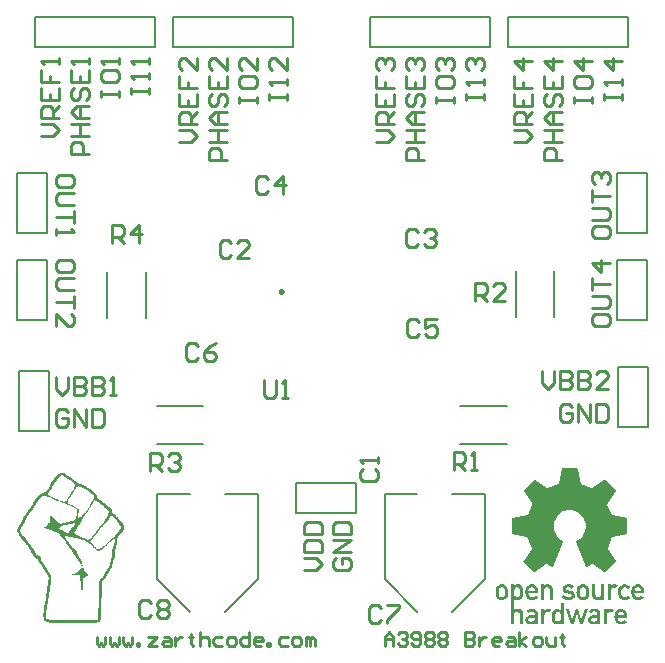
<source format=gto>
%FSTAX24Y24*%
%MOIN*%
%SFA1B1*%

%IPPOS*%
%ADD37C,0.009840*%
%ADD38C,0.007870*%
%ADD39C,0.010000*%
%LNa3988_breakout-1*%
%LPD*%
G36*
X036944Y032848D02*
X036975Y032842D01*
X037025Y032822*
X037041Y032807*
X037056Y032797*
X037061Y032792*
X037066Y032786*
X037087Y032761*
X037097Y03273*
X037117Y032664*
Y032634*
X037122Y032608*
Y032593*
Y032588*
Y032542*
X037112Y032501*
X037107Y032466*
X037097Y032435*
X037087Y032415*
X037076Y032399*
X037071Y032394*
X037066Y032389*
X037041Y032369*
X037015Y032354*
X036964Y032333*
X036944Y032328*
X036924Y032323*
X036908*
X036873Y032328*
X036842Y032333*
X036791Y032359*
X036776Y032369*
X036761Y032379*
X036756Y032384*
X03675Y032389*
X036735Y032415*
X03672Y032445*
X036705Y032511*
Y032542*
X0367Y032567*
Y032583*
Y032588*
Y032634*
X03671Y032679*
X036715Y03271*
X036725Y032741*
X036735Y032761*
X03674Y032776*
X03675Y032781*
Y032786*
X036776Y032807*
X036801Y032827*
X036852Y032842*
X036873Y032848*
X036893Y032853*
X036908*
X036944Y032848*
G37*
G36*
X040595Y032033D02*
X040631Y032018D01*
X040651Y032002*
X040661Y031997*
X040585Y031911*
X040559Y031921*
X040539Y031931*
X040519*
X040488Y031926*
X040468Y031916*
X040452Y031905*
X040447Y0319*
X040432Y03188*
X040427Y031855*
X040422Y031834*
Y031824*
Y031513*
X04031*
Y032033*
X040422*
Y031972*
X040442Y031992*
X040463Y032012*
X040503Y032028*
X040524Y032033*
X040539Y032038*
X040554*
X040595Y032033*
G37*
G36*
X038991Y031513D02*
X038884D01*
Y031564*
X038864Y031544*
X038838Y031534*
X038797Y031513*
X038767Y031508*
X038752*
X038721Y031513*
X038696Y031519*
X03865Y031544*
X038624Y031564*
X038614Y031569*
Y031575*
X038604Y0316*
X038594Y031625*
X038584Y031692*
X038578Y031722*
Y031748*
Y031768*
Y031773*
Y031824*
X038584Y031865*
X038589Y0319*
X038599Y031926*
X038604Y031946*
X038609Y031956*
X038614Y031967*
X038635Y031992*
X038655Y032007*
X038701Y032028*
X038721Y032033*
X038736Y032038*
X038752*
X038777Y032033*
X038803Y032028*
X038843Y032007*
X038874Y031982*
X038879Y031977*
X038884Y031972*
Y032236*
X038991*
Y031513*
G37*
G36*
X041501Y032842D02*
X041547Y032822D01*
X041578Y032802*
X041583Y032797*
X041588Y032792*
X041608Y032766*
X041624Y032741*
X041644Y03269*
Y032669*
X041649Y032649*
Y032639*
Y032634*
Y032547*
X041328*
X041333Y032506*
X041349Y032476*
X041369Y03245*
X041389Y032435*
X04141Y032425*
X04143Y03242*
X04145*
X041496Y03243*
X041532Y032445*
X041552Y032461*
X041562Y032471*
X041639Y03241*
X041608Y032379*
X041583Y032359*
X041547Y032343*
X041522Y032333*
X041496Y032328*
X041476Y032323*
X041455*
X041415Y032328*
X041379Y032333*
X041323Y032364*
X041282Y032405*
X041257Y032455*
X041237Y032506*
X041231Y032547*
X041226Y032578*
Y032583*
Y032588*
X041231Y032634*
X041237Y032679*
X041247Y03271*
X041257Y032741*
X041267Y032761*
X041277Y032776*
X041287Y032781*
Y032786*
X041313Y032807*
X041338Y032827*
X041389Y032842*
X04141Y032848*
X041425Y032853*
X041471*
X041501Y032842*
G37*
G36*
X039648Y032848D02*
X039678Y032842D01*
X039729Y032822*
X039745Y032807*
X03976Y032797*
X039765Y032792*
X03977Y032786*
X03979Y032761*
X039806Y03273*
X039826Y032664*
Y032634*
X039831Y032608*
Y032593*
Y032588*
Y032542*
X039821Y032501*
X039811Y032466*
X039801Y032435*
X03979Y032415*
X03978Y032399*
X039775Y032394*
X03977Y032389*
X039745Y032369*
X039719Y032354*
X039668Y032333*
X039648Y032328*
X039627Y032323*
X039612*
X039577Y032328*
X039546Y032333*
X0395Y032359*
X03947Y032379*
X039465Y032384*
X039459Y032389*
X039439Y032415*
X039424Y032445*
X039408Y032511*
X039403Y032542*
X039398Y032567*
Y032583*
Y032588*
X039403Y032634*
X039408Y032679*
X039419Y03271*
X039429Y032741*
X039439Y032761*
X039449Y032776*
X039459Y032781*
Y032786*
X03948Y032807*
X039505Y032827*
X039556Y032842*
X039577Y032848*
X039597Y032853*
X039612*
X039648Y032848*
G37*
G36*
X037967Y032842D02*
X038018Y032822D01*
X038049Y032802*
X038054Y032797*
X038059Y032792*
X038079Y032766*
X038095Y032741*
X038115Y03269*
Y032669*
X03812Y032649*
Y032639*
Y032634*
Y032547*
X037799*
X037805Y032506*
X03782Y032476*
X03784Y03245*
X037861Y032435*
X037881Y032425*
X037901Y03242*
X037922*
X037967Y03243*
X038003Y032445*
X038023Y032461*
X038034Y032471*
X03811Y03241*
X038079Y032379*
X038049Y032359*
X038018Y032343*
X037988Y032333*
X037962Y032328*
X037942Y032323*
X037922*
X037881Y032328*
X037845Y032333*
X037789Y032364*
X037748Y032405*
X037723Y032455*
X037703Y032506*
X037698Y032547*
X037692Y032578*
Y032583*
Y032588*
X037698Y032634*
X037703Y032679*
X037713Y03271*
X037723Y032741*
X037733Y032761*
X037743Y032776*
X037754Y032781*
Y032786*
X037779Y032807*
X037805Y032827*
X037855Y032842*
X037876Y032848*
X037891Y032853*
X037937*
X037967Y032842*
G37*
G36*
Y032033D02*
X038018Y032012D01*
X038059Y031982*
X038085Y031951*
X0381Y031921*
X038105Y03189*
X03811Y03187*
Y031865*
Y031513*
X038008*
Y031559*
X037993Y031544*
X037978Y031529*
X037932Y031513*
X037911*
X037896Y031508*
X037881*
X037825Y031513*
X037779Y031534*
X037754Y031549*
X037743Y031554*
X037718Y03159*
X037703Y031625*
X037698Y031656*
Y031661*
Y031666*
X037703Y031712*
X037718Y031743*
X037733Y031768*
X037738Y031773*
X037779Y031799*
X03782Y031814*
X03785Y031819*
X038008*
Y03187*
X038003Y031895*
X037993Y031911*
X037957Y031931*
X037917Y031941*
X037901*
X037855Y031936*
X037825Y031921*
X03781Y031905*
X037805Y0319*
X037723Y031962*
X037748Y031987*
X037774Y032007*
X037805Y032018*
X03783Y032028*
X037855Y032033*
X037876Y032038*
X037896*
X037967Y032033*
G37*
G36*
X040936Y032028D02*
X040987Y032007D01*
X041018Y031987*
X041023Y031982*
X041028Y031977*
X041048Y031951*
X041063Y031926*
X041084Y031875*
Y031855*
X041089Y031834*
Y031824*
Y031819*
Y031732*
X040768*
X040773Y031692*
X040788Y031661*
X040809Y031636*
X040829Y03162*
X04085Y03161*
X04087Y031605*
X04089*
X040936Y031615*
X040972Y031631*
X040997Y031646*
X041007Y031656*
X041079Y031595*
X041053Y031564*
X041023Y031544*
X040992Y031529*
X040962Y031519*
X040931Y031513*
X040911Y031508*
X04089*
X04085Y031513*
X040819Y031519*
X040763Y031549*
X040722Y03159*
X040697Y031641*
X040676Y031687*
X040671Y031727*
X040666Y031758*
Y031763*
Y031768*
X040671Y031819*
X040676Y03186*
X040687Y031895*
X040697Y031926*
X040707Y031946*
X040717Y031962*
X040727Y031967*
Y031972*
X040753Y031992*
X040778Y032012*
X040824Y032028*
X040844Y032033*
X04086Y032038*
X040906*
X040936Y032028*
G37*
G36*
X022323Y036545D02*
X022374Y03652D01*
X022379*
X022384Y036515*
X022399Y036504*
X02242Y036494*
X022466Y036469*
X022522Y036438*
X022527*
X022537Y036428*
X022552Y036418*
X022572Y036403*
X022629Y036362*
X02269Y036306*
X022695Y036301*
X022705Y036296*
X02272Y03628*
X022741Y036265*
X022781Y036235*
X022802Y036219*
X022822Y036214*
X022827*
X022832Y036209*
X022847Y036204*
X022868Y036199*
X022898Y036184*
X022934Y036168*
X02298Y036143*
X023031Y036117*
X023036Y036112*
X023056Y036107*
X023082Y036092*
X023112Y036072*
X023184Y036036*
X023214Y036016*
X02324Y035995*
X023245Y03599*
X02326Y03598*
X02328Y03596*
X023306Y035939*
X023357Y035893*
X023377Y035873*
X023387Y035858*
X023392Y035853*
X023397Y035837*
X023408Y035817*
Y035787*
Y035776*
Y035761*
X023413Y035736*
X023418Y03572*
X023423*
X023433Y03571*
X023458Y035695*
X023494Y035675*
X023504Y035669*
X02353Y035649*
X023576Y035618*
X023642Y035568*
X023647Y035562*
X023657Y035557*
X023672Y035542*
X023693Y035527*
X023739Y035491*
X023754Y035476*
X023769Y035461*
X023779Y03545*
X023795Y03544*
X023825Y03542*
X02383Y035415*
X02384Y03541*
X023856Y035394*
X023876Y035374*
X023907Y035323*
X023917Y035293*
X023922Y035257*
Y035252*
X023927Y035237*
X023942Y035216*
X023968Y035201*
X023978Y035196*
X024003Y035181*
X024019Y035165*
X024039Y035145*
X024064Y035119*
X024095Y035084*
X0241Y035079*
X02411Y035069*
X024126Y035048*
X024141Y035028*
X024182Y034982*
X024222Y034936*
X024227Y034931*
X024238Y034921*
X024258Y034901*
X024273Y034875*
X024294Y034844*
X024304Y034814*
X024314Y034773*
Y034738*
Y034732*
X024309Y034722*
X024304Y034702*
X024294Y034671*
X024273Y034636*
X024248Y0346*
X024212Y034554*
X024166Y034503*
X0241Y034432*
X024095Y034315*
Y03431*
Y034295*
Y034274*
X02409Y034244*
X02408Y034177*
X024059Y034106*
Y034101*
X024054Y034091*
X024049Y034076*
X024044Y03405*
X024029Y033999*
X024024Y033948*
Y033943*
Y033918*
Y033882*
X024014Y033831*
X024003Y03376*
X023988Y033678*
X023963Y033577*
X023927Y033459*
Y033454*
X023922Y033439*
X023912Y033414*
X023896Y033383*
X023861Y033312*
X023805Y033235*
X0238Y03323*
X023795Y03322*
X023779Y033205*
X023764Y033185*
X023739Y033144*
X023728Y033123*
X023723Y033113*
Y033108*
X023713Y033093*
X023698Y033067*
X023677Y033047*
X023657Y033022*
X023591Y032945*
X023576Y03268*
Y032675*
Y03267*
Y032655*
Y032635*
X023571Y032584*
Y032512*
Y032431*
X023565Y032339*
Y032237*
Y032136*
Y03213*
Y032115*
Y032095*
Y032069*
X02356Y032034*
Y031993*
X023555Y031912*
X02355Y03182*
X02354Y031738*
X023535Y031698*
X02353Y031667*
X023525Y031642*
X02352Y031621*
X023515Y031616*
X023509Y031606*
X023494Y031601*
X023479Y031591*
X023453Y031581*
X023418Y031575*
X023372Y03157*
X023229*
X023189Y031565*
X021916*
X02189Y03157*
X02186*
X021798Y031581*
X021773Y031586*
X021753Y031591*
X021748*
X021737Y031596*
X021712Y031611*
X021676Y031631*
X021661Y031647*
X021651Y031662*
X021646Y031672*
Y031682*
X021641Y031703*
X021636Y031728*
Y031759*
X02163Y031794*
Y03184*
Y031845*
Y031866*
Y031896*
X021636Y031937*
Y031978*
X021646Y032029*
X021661Y032136*
Y032141*
X021666Y032146*
X021671Y032176*
X021681Y032222*
X021692Y032273*
X021702Y032329*
X021712Y032385*
X021722Y032431*
Y032467*
Y032472*
Y032482*
Y032512*
X021727Y032553*
X021737Y032594*
Y032599*
X021742Y032604*
Y032619*
X021748Y03264*
X021753Y032665*
Y032696*
X021758Y032731*
X021763Y032777*
Y032782*
X021768Y032798*
Y032823*
X021773Y032854*
X021783Y03292*
X021798Y032986*
Y032991*
X021804Y032996*
X021809Y033016*
X021814Y033042*
Y033062*
Y033067*
X021809Y033078*
X021798Y033103*
X021778Y033134*
Y033139*
X021773Y033144*
X021758Y033169*
X021742Y033195*
X021737Y033215*
X021732Y03322*
X021727Y033235*
X021712Y033256*
X021686Y033297*
X021651Y033347*
X02163Y033383*
X0216Y033424*
X021569Y03347*
X021534Y033521*
X021529Y033526*
X021524Y033536*
X021508Y033551*
X021498Y033571*
X021468Y033617*
X021457Y033638*
X021452Y033653*
Y033658*
X021442Y033678*
X021427Y033699*
X021391Y033719*
X021381Y033724*
X021361Y03374*
X021335Y033765*
X021315Y033796*
X02131Y033806*
X021299Y033826*
X021279Y033857*
X021254Y033892*
X021249Y033902*
X021228Y033928*
X021203Y033974*
X021167Y034035*
Y03404*
X021162Y03405*
X021142Y034086*
X021111Y034127*
X021101Y034142*
X021086Y034152*
X021081Y034157*
X02107Y034167*
X02105Y034188*
X021035Y034213*
X02103Y034223*
X021025Y034239*
X021009Y034264*
X020984Y034284*
X020979Y034289*
X020969Y0343*
X020958Y034315*
X020938Y034335*
X020918Y034361*
X020892Y034396*
X020856Y034442*
X020851Y034447*
X020841Y034463*
X020826Y034488*
X020811Y034519*
X020775Y03458*
X020765Y034605*
X02076Y034626*
Y034631*
Y034651*
Y034682*
X020775Y034717*
X02078Y034727*
X020795Y034748*
X020811Y034783*
X020831Y034819*
Y034824*
X020836Y034829*
X020851Y03485*
X020867Y03488*
X020887Y034906*
X020892Y034911*
X020902Y034931*
X020918Y034957*
X020928Y034997*
Y035002*
X020933Y035007*
X020943Y035033*
X020958Y035069*
X020984Y035109*
Y035114*
X020989Y035119*
X021009Y03515*
X021045Y035201*
X021096Y035267*
X021101Y035272*
X021111Y035288*
X021131Y035318*
X021152Y035349*
X021182Y035389*
X021208Y035435*
X021269Y035527*
Y035532*
X021274Y035542*
X021284Y035557*
X021299Y035583*
X021315Y035608*
X02134Y035644*
X021366Y03568*
X021396Y03572*
X021401Y035725*
X021412Y035741*
X021432Y035756*
X021452Y035781*
X021498Y035832*
X021518Y035853*
X021539Y035868*
X021549Y035873*
X021569Y035888*
X0216Y035899*
X021636Y035904*
X021646*
X021666Y035914*
X021697Y035934*
X021712Y035949*
X021732Y03597*
X021737Y035975*
X021742Y03598*
X021753Y035995*
X021768Y036016*
X021804Y036067*
X021839Y036128*
Y036133*
X021844Y036138*
X021855Y036153*
X021865Y036174*
X021895Y036224*
X021931Y03628*
X021972Y036347*
X022017Y036408*
X022068Y036469*
X022119Y036515*
X022124Y03652*
X02214Y036525*
X02216Y03654*
X022196Y03655*
X022231Y036555*
X022272*
X022323Y036545*
G37*
G36*
X038507Y032033D02*
X038543Y032018D01*
X038563Y032002*
X038573Y031997*
X038497Y031911*
X038472Y031921*
X038451Y031931*
X038431*
X0384Y031926*
X03838Y031916*
X038365Y031905*
X03836Y0319*
X038344Y03188*
X038334Y031855*
X038329Y031834*
Y031824*
Y031513*
X038227*
Y032033*
X038329*
Y031972*
X038349Y031992*
X03837Y032012*
X038416Y032028*
X038436Y032033*
X038451Y032038*
X038466*
X038507Y032033*
G37*
G36*
X039612Y031513D02*
X039515D01*
X039408Y031875*
X039302Y031513*
X03921*
X039047Y032033*
X039154*
X039256Y031666*
X039373Y032033*
X039449*
X039566Y031666*
X039668Y032033*
X039775*
X039612Y031513*
G37*
G36*
X040055Y032033D02*
X040106Y032012D01*
X040147Y031982*
X040172Y031951*
X040188Y031921*
X040193Y03189*
X040198Y03187*
Y031865*
Y031513*
X040096*
Y031559*
X040091*
X040081Y031544*
X04006Y031529*
X04002Y031513*
X039999*
X039984Y031508*
X039969*
X039913Y031513*
X039867Y031534*
X039841Y031549*
X039831Y031554*
X039806Y03159*
X03979Y031625*
X039785Y031656*
Y031661*
Y031666*
X03979Y031712*
X039806Y031743*
X039821Y031768*
X039826Y031773*
X039867Y031799*
X039908Y031814*
X039938Y031819*
X040096*
Y03187*
X040091Y031895*
X040081Y031911*
X040045Y031931*
X040004Y031941*
X039964*
X039943Y031936*
X039913Y031921*
X039897Y031905*
X039892Y0319*
X039811Y031962*
X039836Y031987*
X039862Y032007*
X039892Y032018*
X039918Y032028*
X039943Y032033*
X039964Y032038*
X039984*
X040055Y032033*
G37*
G36*
X039169Y032848D02*
X03921Y032842D01*
X039246Y032832*
X039271Y032817*
X039296Y032802*
X039312Y032792*
X039322Y032786*
X039327Y032781*
X039266Y032705*
X039215Y03273*
X039169Y032746*
X039134Y032751*
X039093*
X039072Y032741*
X039057Y032735*
X039047Y032725*
X039037Y032705*
Y0327*
Y032695*
X039042Y032679*
X039047Y032669*
X039072Y032654*
X039098Y032644*
X039108*
X039195Y032639*
X039246Y032629*
X039281Y032613*
X039312Y032588*
X039327Y032557*
X039337Y032532*
X039347Y032506*
Y032491*
Y032486*
X039342Y032461*
X039337Y032435*
X039317Y032394*
X039291Y032374*
X039286Y032364*
X039281*
X03923Y032338*
X039184Y032328*
X039159Y032323*
X039128*
X039083Y032328*
X039037Y032338*
X039001Y032354*
X038965Y032369*
X03894Y032384*
X03892Y032399*
X038904Y03241*
X038899Y032415*
X038976Y032491*
X039001Y032466*
X039027Y03245*
X039078Y03243*
X039098Y032425*
X039118Y03242*
X039134*
X039169Y032425*
X039195Y03243*
X039215Y03244*
X039225Y032455*
X03924Y032481*
Y032486*
Y032491*
X039235Y032506*
X03923Y032517*
X03921Y032532*
X039184Y032537*
X039174*
X039083Y032547*
X039037Y032557*
X039006Y032567*
X038981Y032583*
X038976Y032588*
X03895Y032623*
X03894Y032659*
X038935Y032685*
Y03269*
Y032695*
X03894Y03272*
X038945Y032741*
X038965Y032776*
X038981Y032802*
X038991Y032807*
X039037Y032832*
X039078Y032848*
X039113Y032853*
X039123*
X039169Y032848*
G37*
G36*
X041058D02*
X041089Y032837D01*
X041145Y032807*
X041165Y032792*
X041186Y032776*
X041191Y032766*
X041196Y032761*
X041124Y032695*
X041089Y032725*
X041053Y032741*
X041028Y032746*
X041018*
X040972Y032741*
X040936Y03272*
X040916Y032695*
X040895Y032664*
X040885Y032634*
X04088Y032608*
Y032588*
Y032583*
X040885Y032532*
X0409Y032491*
X040926Y032466*
X040951Y032445*
X040972Y032435*
X040997Y03243*
X041012Y032425*
X041018*
X041038Y03243*
X041058Y032435*
X041094Y032455*
X041114Y032476*
X041124Y032486*
X041196Y032415*
X04117Y032384*
X04114Y032364*
X041109Y032343*
X041079Y032333*
X041053Y032328*
X041038Y032323*
X041018*
X040982Y032328*
X040946Y032333*
X040895Y032359*
X040875Y032369*
X04086Y032379*
X04085Y032384*
X040844Y032389*
X040824Y032415*
X040809Y03245*
X040788Y032511*
X040783Y032542*
X040778Y032567*
Y032583*
Y032588*
X040783Y032634*
X040788Y032674*
X040799Y03271*
X040814Y032735*
X040824Y032761*
X040834Y032776*
X040839Y032781*
X040844Y032786*
X040875Y032807*
X0409Y032827*
X040956Y032842*
X040982Y032848*
X041002Y032853*
X041018*
X041058Y032848*
G37*
G36*
X040722D02*
X040758Y032832D01*
X040778Y032817*
X040788Y032812*
X040717Y032725*
X040692Y032735*
X040666Y032746*
X040646*
X040615Y032741*
X040595Y032735*
X04058Y032725*
X040575Y03272*
X040559Y032695*
X040554Y032669*
X040549Y032649*
Y032644*
Y032639*
Y032328*
X040442*
Y032842*
X040549*
Y032792*
X040569Y032812*
X04059Y032827*
X040631Y032848*
X040651*
X040666Y032853*
X040681*
X040722Y032848*
G37*
G36*
X037479D02*
X037504Y032842D01*
X03755Y032822*
X037575Y032797*
X037586Y032792*
Y032786*
X037596Y032761*
X037606Y032735*
X037616Y032669*
X037621Y032639*
Y032613*
Y032593*
Y032588*
Y032537*
X037616Y032491*
X037611Y032461*
X037606Y032435*
X037596Y032415*
X037591Y032405*
X037586Y032394*
X037565Y032369*
X037545Y032354*
X037499Y032333*
X037479Y032328*
X037463Y032323*
X037448*
X037423Y032328*
X037397Y032333*
X037356Y032359*
X037326Y032379*
X037321Y032384*
X037316Y032389*
Y031972*
X037336Y031992*
X037356Y032012*
X037397Y032028*
X037418Y032033*
X037433Y032038*
X037448*
X037499Y032028*
X037535Y032012*
X03756Y031997*
X03757Y031987*
X037601Y031946*
X037616Y031905*
X037621Y031885*
Y03187*
Y03186*
Y031855*
Y031513*
X037519*
Y031824*
X037514Y031855*
X037504Y03188*
X037494Y031895*
X037489Y0319*
X037463Y031921*
X037438Y031926*
X037423Y031931*
X037412*
X037382Y031926*
X037362Y031916*
X037346Y031905*
X037341Y0319*
X037326Y031875*
X037321Y031849*
X037316Y031834*
Y031824*
Y031513*
X037209*
Y032842*
X037316*
Y032792*
X037336Y032812*
X037356Y032827*
X037402Y032848*
X037433Y032853*
X037448*
X037479Y032848*
G37*
G36*
X038492Y032842D02*
X038528Y032827D01*
X038553Y032812*
X038563Y032802*
X038584Y032781*
X038594Y032761*
X038614Y03272*
X038619Y03269*
Y032679*
Y032674*
Y032328*
X038517*
Y032639*
X038512Y032674*
X038502Y032695*
X038492Y03271*
X038487Y032715*
X038466Y032735*
X038441Y032741*
X038426Y032746*
X038416*
X038385Y032741*
X03836Y03273*
X038344Y03272*
X038339Y032715*
X038324Y032695*
X038319Y032669*
X038314Y032649*
Y032639*
Y032328*
X038207*
Y032842*
X038314*
Y032792*
X038334Y032812*
X038354Y032827*
X0384Y032848*
X038431Y032853*
X038446*
X038492Y032842*
G37*
G36*
X04033Y032328D02*
X040228D01*
Y032389*
X040223*
X040203Y032369*
X040182Y032354*
X040137Y032333*
X040106Y032323*
X040091*
X04004Y032328*
X039999Y032348*
X039974Y032364*
X039969Y032369*
X039964*
X039933Y03241*
X039918Y032455*
Y032476*
X039913Y032491*
Y032501*
Y032506*
Y032842*
X04002*
Y032537*
X040025Y032506*
X040035Y032481*
X04004Y032461*
X040045Y032455*
X04007Y03244*
X040096Y03243*
X040116Y032425*
X040121*
X040152Y03243*
X040177Y03244*
X040193Y03245*
X040198Y032455*
X040218Y032481*
X040223Y032511*
X040228Y032532*
Y032537*
Y032842*
X04033*
Y032328*
G37*
G36*
X039429Y036712D02*
X039439Y036707D01*
X039444Y036697*
Y036692*
X039536Y036203*
X039541Y036193*
X039546Y036183*
X039556Y036178*
X039887Y036045*
X039897Y03604*
X039908*
X039918Y036045*
X04033Y036325*
X040345Y03633*
X040356*
X040366Y036325*
X040707Y035979*
X040712Y035969*
Y035959*
X040707Y035954*
Y035949*
X040437Y035546*
X040432Y035536*
Y035521*
Y035511*
Y035506*
X040575Y035169*
X040585Y035159*
X040595Y035154*
X0406Y035149*
X040605*
X041079Y035057*
X041089Y035052*
X041099Y035047*
Y035042*
Y035037*
Y034548*
X041094Y034533*
X041089Y034523*
X041084Y034518*
X041079*
X04062Y034431*
X040605Y034426*
X040595Y034421*
X04059Y034416*
Y034411*
X040447Y034054*
X040442Y034039*
Y034024*
X040447Y034019*
Y034014*
X040707Y033632*
X040712Y033616*
Y033611*
X040707Y033601*
X040366Y033255*
X040356Y03325*
X04034Y033245*
X040335Y03325*
X04033*
X039958Y033509*
X039943Y033515*
X039933*
X039923Y033509*
X039918*
X039755Y033423*
X039734*
X039729Y033428*
X039724Y033433*
X039388Y034258*
X039383Y034273*
X039388Y034283*
X039393Y034289*
X039439Y034314*
X039459Y034324*
X039465Y034329*
X039505Y03436*
X039546Y034395*
X039607Y034472*
X039648Y034548*
X039678Y03462*
X039699Y034686*
X039704Y034737*
X039709Y034757*
Y034772*
Y034782*
Y034788*
X039704Y034869*
X039683Y03494*
X039658Y035001*
X039633Y035057*
X039602Y035103*
X039577Y035139*
X039556Y035159*
X039551Y035164*
X03949Y03522*
X039429Y035261*
X039363Y035287*
X039307Y035307*
X039256Y035317*
X03921Y035327*
X039174*
X039093Y035322*
X039021Y035302*
X038955Y035276*
X038899Y035246*
X038853Y035215*
X038823Y03519*
X038797Y035169*
X038792Y035164*
X038741Y035103*
X038701Y035037*
X038675Y034976*
X038655Y034915*
X038645Y034864*
X03864Y034823*
X038635Y034798*
Y034793*
Y034788*
X03864Y034732*
X038645Y034686*
X038675Y034594*
X038716Y034513*
X038762Y034446*
X038808Y034395*
X038843Y03436*
X038874Y034339*
X038879Y034329*
X038884*
X038904Y034319*
X038909Y034314*
X038955Y034289*
X03896Y034278*
X038965Y034268*
X03896Y034263*
Y034258*
X038619Y033433*
X038609Y033423*
X038594*
X038426Y033509*
X038416Y033515*
X0384*
X038395Y033509*
X03839*
X038018Y03325*
X038003Y033245*
X037993Y03325*
X037988Y033255*
X037983*
X037636Y033601*
X037631Y033611*
Y033622*
X037636Y033627*
Y033632*
X037901Y034014*
X037906Y034029*
Y034039*
X037901Y034049*
Y034054*
X037754Y034411*
X037748Y034421*
X037738Y034426*
X037733Y034431*
X037728*
X037265Y034518*
X037255Y034523*
X037249Y034533*
X037244Y034543*
Y034548*
Y035037*
X037249Y035047*
X037255Y035052*
X03726Y035057*
X037265*
X037738Y035149*
X037754Y035154*
X037764Y035159*
X037774Y035164*
Y035169*
X037917Y035506*
Y035521*
Y035536*
X037911Y035541*
Y035546*
X037636Y035949*
X037631Y035959*
Y035969*
X037636Y035979*
X037983Y036325*
X037993Y03633*
X038008*
X038013Y036325*
X038018*
X038426Y036045*
X038441Y03604*
X038451*
X038461Y036045*
X038466*
X038792Y036178*
X038803Y036183*
X038808Y036193*
X038813Y036198*
Y036203*
X038904Y036692*
X038909Y036707*
X03892Y036712*
X038925Y036717*
X039414*
X039429Y036712*
G37*
%LNa3988_breakout-2*%
%LPC*%
G36*
X023346Y035644D02*
X023331D01*
X023321Y035634*
X023311Y035624*
X023301Y035613*
X02329Y035593*
X023275Y035568*
Y035562*
X02327Y035552*
X02326Y035537*
X02325Y035517*
X023229Y035486*
X023209Y035456*
X023158Y035374*
X023153Y035369*
X023143Y035354*
X023128Y035333*
X023112Y035303*
X023066Y035237*
X023026Y035165*
Y03516*
X023015Y03515*
X023005Y035135*
X022995Y035114*
X022965Y035063*
X022929Y035013*
Y035007*
X022924Y035002*
X022909Y034977*
X022893Y034951*
X022888Y034941*
Y034936*
X022878Y034921*
X022873Y034911*
X022863Y034895*
X022842Y03487*
X022822Y034839*
X022817Y034834*
X022812Y034824*
X022797Y034809*
X022781Y034783*
X022746Y034732*
X022705Y034666*
X0227Y034656*
X022679Y034636*
X022664Y034605*
X022654Y034585*
Y034575*
X022659Y034564*
X022669Y034549*
X022674Y034544*
X022685Y034539*
X0227Y034529*
X022715Y034519*
X022741Y034503*
X022776Y034483*
X022817Y034463*
X022822*
X022837Y034452*
X022858Y034442*
X022883Y034432*
X022929Y034412*
X022949Y034407*
X022959Y034402*
X022965*
X02298Y034396*
X023005Y034386*
X023041Y034361*
X023046*
X023051Y034356*
X023071Y034345*
X023097Y03433*
X023112Y034325*
X023117*
X023133Y034335*
X023158Y034356*
X023178Y034371*
X023204Y034391*
X023209Y034396*
X023214Y034402*
X023245Y034432*
X023285Y034478*
X023331Y034529*
X023336Y034539*
X023357Y034559*
X023382Y0346*
X023423Y034646*
X023469Y034707*
X02352Y034778*
X023581Y03485*
X023647Y034931*
X023652Y034936*
X023657Y034946*
X023667Y034962*
X023683Y034982*
X023698Y035007*
X023718Y035043*
X023744Y035084*
X023764Y035125*
X023769Y03513*
X023774Y035145*
X023784Y035165*
X023795Y035191*
X02382Y035247*
X023825Y035267*
Y035282*
X02382Y035288*
X02381Y035303*
X023784Y035328*
X023764Y035344*
X023739Y035364*
X023733Y035369*
X023728Y035374*
X023698Y0354*
X023652Y03544*
X023606Y035486*
X023596Y035496*
X023565Y035517*
X02352Y035547*
X023453Y035588*
X023448Y035593*
X023438Y035598*
X023402Y035618*
X023367Y035634*
X023346Y035644*
G37*
G36*
X023907Y03513D02*
X023886Y035125D01*
X023866Y035109*
X023845Y035089*
Y035084*
X023835Y035074*
X023825Y035053*
X023805Y035028*
X023774Y034987*
X023739Y034941*
X023688Y034885*
X023627Y034814*
X023621Y034809*
X023611Y034799*
X023591Y034773*
X023565Y034743*
X02353Y034702*
X023489Y034656*
X023443Y034595*
X023392Y034529*
X023387Y034524*
X023372Y034503*
X023352Y034478*
X023326Y034447*
X02327Y034381*
X023245Y034351*
X023229Y03433*
X023224Y034325*
X023214Y034305*
X023199Y034284*
X023194Y034269*
Y034264*
X023199Y034259*
X023209Y034249*
X023224Y034228*
X023245Y034208*
X02327Y034177*
X023311Y034137*
X023316Y034132*
X023331Y034116*
X023352Y034101*
X023372Y034081*
X023397Y034055*
X023423Y03404*
X023448Y034025*
X023464Y03402*
X023474*
X023484Y034025*
X023499Y034035*
X02352Y034045*
X02355Y03406*
X023586Y034086*
X023632Y034121*
X023637Y034127*
X023652Y034137*
X023672Y034157*
X023703Y034183*
X023744Y034218*
X023795Y034264*
X023851Y034315*
X023912Y034376*
X023922Y034386*
X023942Y034407*
X023973Y034437*
X024008Y034473*
X024095Y034564*
X024136Y034605*
X024166Y034646*
X024171Y034651*
X024176Y034656*
X024197Y034687*
X024212Y034727*
X024222Y034743*
Y034758*
Y034763*
X024212Y034788*
X024202Y034804*
X024187Y034829*
X024166Y03486*
X024141Y034895*
X024136Y034901*
X024126Y034916*
X02411Y034936*
X02409Y034962*
X024034Y035028*
X023963Y035104*
X023958Y035109*
X023952Y035114*
X023927Y035125*
X023907Y03513*
G37*
G36*
X021651Y035807D02*
X021636D01*
X02162Y035802*
X0216Y035792*
X021574Y035776*
X021544Y035756*
X021513Y035725*
X021483Y035685*
Y03568*
X021473Y035675*
X021452Y035639*
X021427Y035598*
X021396Y035557*
X021391Y035547*
X021376Y035527*
X021356Y035496*
X021335Y035461*
X02133Y035456*
X02132Y03543*
X021294Y0354*
X021269Y035354*
X021233Y035303*
X021198Y035247*
X021106Y03513*
X021101Y035125*
X021091Y035109*
X02107Y035084*
X021055Y035053*
X021035Y035023*
X021019Y034992*
X021014Y034962*
Y034941*
Y034936*
Y034926*
X021004Y034911*
X020984Y034885*
X020979Y03488*
X020963Y03486*
X020943Y034829*
X020918Y034788*
X020912Y034778*
X020897Y034753*
X020882Y034722*
X020862Y034687*
X020856Y034682*
X020851Y034666*
X020846Y034646*
Y034626*
X020851Y034615*
X020872Y034585*
X020882Y034564*
X020902Y034539*
X020928Y034503*
X020953Y034468*
X020958Y034463*
X020969Y034452*
X020999Y034417*
X021035Y034376*
X02105Y034366*
X02106Y034356*
X021065Y034351*
X021081Y03434*
X021096Y03432*
X021106Y034289*
Y034284*
X021116Y034264*
X021131Y034239*
X021152Y034218*
X021157Y034213*
X021177Y034198*
X021193Y034183*
X021208Y034162*
X021223Y034137*
X021238Y034106*
Y034101*
X021249Y034091*
X021259Y034071*
X021269Y03405*
X021305Y033984*
X02135Y033913*
Y033908*
X021356Y033902*
X021376Y033877*
X021396Y033846*
X021417Y033826*
X021422Y033821*
X021437Y033816*
X021457Y033801*
X021483Y03379*
X021488*
X021503Y033785*
X021518Y03378*
X021529Y03377*
X021534Y033765*
Y03376*
Y033745*
Y03374*
X021539Y033719*
X021544Y033704*
X021549Y033684*
X021559Y033658*
X021574Y033622*
Y033617*
X021585Y033607*
X0216Y033577*
X021625Y033541*
X021636Y033526*
X021646Y033515*
X021651*
Y03351*
X021661Y0335*
X021671Y033485*
X021686Y033465*
X021702Y033434*
X021727Y033398*
X021732Y033393*
X021737Y033383*
X021753Y033363*
X021768Y033337*
X021798Y033286*
X021814Y033261*
X021829Y033241*
X021834Y033235*
X021839Y03322*
X021849Y033205*
X02186Y033179*
X021885Y033134*
X02189Y033108*
X021895Y033093*
Y033088*
Y033078*
Y033062*
Y033037*
X02189Y033011*
X021885Y032971*
X02188Y032925*
Y03292*
X021875Y032894*
X02187Y032864*
X021865Y032828*
X021855Y032742*
X021844Y032696*
X021839Y03266*
Y032655*
Y032645*
X021834Y032624*
X021829Y032604*
X021824Y032573*
X021819Y032538*
X021809Y032456*
Y032446*
X021804Y032426*
X021798Y03239*
X021793Y032344*
X021783Y032288*
X021773Y032227*
X021763Y032156*
X021748Y032085*
Y03208*
X021742Y032064*
Y032044*
X021737Y032013*
X021732Y031978*
X021727Y031937*
Y031845*
X021732Y031703*
X021778Y031682*
X021788*
X021798Y031677*
X021814*
X021839Y031672*
X021905*
X021951Y031667*
X022007*
X022079Y031662*
X02216*
X022252Y031657*
X023021*
X023168Y031662*
X023301*
X023352Y031667*
X023392*
X023423Y031672*
X023433*
Y031677*
X023438Y031687*
Y031703*
X023443Y031723*
X023448Y031743*
Y031779*
X023453Y031815*
X023458Y031866*
Y031922*
X023464Y031993*
X023469Y032074*
Y032166*
X023474Y032273*
Y03239*
Y032395*
Y032416*
Y032441*
Y032477*
Y032517*
Y032563*
X023479Y03266*
Y032762*
Y032813*
X023484Y032854*
Y032894*
Y032925*
X023489Y032945*
Y032955*
X023494Y03296*
X023504Y032981*
X023525Y033016*
X023545Y033037*
X023565Y033062*
X023571Y033067*
X023576Y033072*
X023601Y033103*
X023627Y033139*
X023637Y033154*
X023642Y033169*
X023647Y033174*
X023657Y0332*
X023683Y033235*
X023698Y033256*
X023723Y033286*
X023728Y033291*
X023733Y033302*
X023749Y033322*
X023764Y033347*
X023784Y033378*
X023805Y033414*
X023835Y033495*
Y0335*
X02384Y03351*
X023845Y033531*
X023851Y033551*
X023871Y033612*
X023891Y033689*
X023907Y033765*
X023922Y033841*
X023927Y033913*
Y033938*
Y033964*
Y033974*
Y033999*
X023937Y034045*
X023958Y034106*
X023963Y034116*
X023973Y034142*
X023983Y034177*
X023993Y034218*
Y034223*
X023998Y034228*
X024003Y034254*
X024008Y034289*
Y03432*
Y034325*
Y03434*
X024003Y034356*
X023998Y034366*
X023993*
X023978Y034356*
X023963Y034345*
X023942Y034335*
X023917Y034315*
X023886Y034289*
X023881Y034284*
X023871Y034279*
X023835Y034249*
X023795Y034213*
X023779Y034198*
X023769Y034183*
X023764Y034177*
X023759Y034172*
X023749Y034167*
X023733Y034152*
X023713Y034137*
X023683Y034111*
X023647Y034081*
X023642Y034076*
X023632Y034065*
X023611Y03405*
X023586Y03403*
X02354Y033989*
X023525Y033974*
X023509Y033958*
X023504Y033953*
X023499Y033948*
X023484Y033943*
X023469*
X023458Y033953*
X023438Y033969*
X023408Y033999*
X023402Y034004*
X023397Y034009*
X023367Y034035*
X023331Y034071*
X023296Y034106*
X02329Y034111*
X023265Y034132*
X023234Y034162*
X023194Y034198*
X023143Y034233*
X023092Y034269*
X023036Y0343*
X022985Y03432*
X02298*
X02297Y034325*
X022954Y03433*
X022929Y034335*
X022873Y034351*
X022807Y034371*
X022802*
X022786Y034376*
X022766Y034381*
X022735Y034391*
X022695Y034396*
X022649Y034407*
X022598Y034417*
X022537Y034427*
X022532*
X022511Y034432*
X022481Y034437*
X02245Y034442*
X02242Y034447*
X022389Y034452*
X022354*
Y034447*
Y034432*
X022359Y034417*
X022369Y034396*
X022384Y034371*
X02241Y034335*
X022415Y034325*
X022435Y034305*
X022455Y034274*
X022491Y034233*
X022562Y034142*
X022598Y034101*
X022629Y034065*
X022634Y03406*
X022639Y034055*
X022664Y034025*
X0227Y033989*
X02273Y033953*
X022735Y033948*
X022741Y033933*
X022751Y033918*
X022761Y033897*
X022776Y033872*
X022791Y033836*
X022812Y03379*
X022817Y033785*
X022822Y03377*
X022832Y033745*
X022842Y033719*
X022873Y033648*
X022903Y033577*
Y033571*
X022909Y033566*
X022919Y033536*
X022934Y033495*
X022949Y033449*
Y033444*
X022954Y033439*
X022965Y033414*
X022975Y033373*
X022985Y033332*
Y033327*
X02299Y033317*
X022995Y033307*
X02301Y033286*
X023026Y033266*
X023046Y033241*
X023077Y033215*
X023112Y03319*
X023117Y033185*
X023122Y033179*
X023128Y033164*
X023117Y033149*
X023112Y033144*
X023097Y033134*
X023071Y033113*
X023031Y033093*
X023021Y033088*
X023Y033078*
X022975Y033057*
X022959Y033042*
Y033032*
X022954Y033011*
Y032986*
X022949Y03294*
Y03291*
Y032879*
Y032838*
Y032792*
Y032742*
Y032685*
Y03268*
Y03267*
Y032655*
Y032635*
Y032579*
X022954Y032512*
Y032441*
X022959Y032375*
Y032314*
X022965Y032288*
Y032268*
Y032263*
X02297Y032248*
Y032227*
X022975Y032202*
Y032151*
Y03213*
X02297Y032115*
Y03211*
X022965Y032105*
X022959Y03211*
Y032115*
X022954Y032125*
X022949Y032141*
Y032146*
Y032156*
X022944Y032176*
X022939Y032212*
X022934Y032263*
X022929Y032324*
X022924Y032365*
X022919Y032411*
Y032456*
X022914Y032512*
Y032517*
Y032528*
Y032543*
X022909Y032563*
X022903Y032619*
X022898Y032685*
X022893Y032752*
X022888Y032818*
X022878Y032879*
Y032899*
X022873Y03292*
Y032925*
Y032935*
X022868Y03295*
X022863Y032971*
X022858Y033022*
X022847Y033078*
X022837Y033149*
X022746Y033154*
X02272*
X022695Y033159*
X022669Y033164*
X022639*
X022613Y033169*
X022598Y033179*
X022593Y033185*
Y03319*
X022603Y033195*
X022608Y0332*
X022629*
X022649Y033205*
X022679Y033225*
X022705Y033235*
X022735Y033256*
X022741Y033261*
X022751Y033266*
X022781Y033291*
X022822Y033317*
X022837Y033327*
X022853Y033337*
X022858*
X022863Y033342*
X022883Y033358*
X022898Y033378*
X022909Y033388*
Y033403*
Y033414*
X022903Y033439*
X022893Y03348*
X022878Y03351*
X022863Y033541*
Y033546*
X022853Y033561*
X022842Y033582*
X022827Y033607*
X022786Y033673*
X02273Y03375*
X022725Y033755*
X022715Y03377*
X0227Y03379*
X022679Y033821*
X022654Y033852*
X022629Y033892*
X022572Y033979*
X022567Y033984*
X022562Y033999*
X022542Y03402*
X022516Y034045*
X022511Y03405*
X022496Y034071*
X022481Y034086*
X022476Y034106*
Y034111*
Y034116*
X022466Y034132*
X022455Y034142*
X022445Y034152*
X022435Y034162*
X02242Y034183*
X022394Y034213*
X022369Y034254*
X022333Y03431*
X022287Y034376*
Y034381*
X022282Y034386*
X022262Y034417*
X022231Y034458*
X022191Y034503*
Y034508*
X02218Y034514*
X02216Y034534*
X022135Y034554*
X022124Y034564*
X022104*
X022094Y03457*
X022079Y034575*
X022053Y03458*
X022023Y034595*
X021982Y03461*
X021931Y034631*
X021926Y034636*
X021905Y034641*
X021885Y034656*
X021855Y034666*
X021788Y034697*
X021758Y034707*
X021732Y034712*
X021727*
X021722Y034717*
X021697Y034722*
X021676Y034732*
X021666Y034743*
Y034748*
Y034753*
X021671Y034758*
X021681Y034763*
X021702Y034768*
X021707Y034773*
X021727Y034783*
X021742Y034799*
X021758Y034814*
X021778Y034839*
X021798Y03487*
Y034875*
X021804Y03488*
X021824Y034906*
X021839Y034936*
X021849Y034962*
Y034967*
X021855Y034987*
Y035018*
X021849Y035063*
Y035069*
Y035079*
Y035104*
Y035135*
Y03514*
X021855Y035145*
X02186*
X021865Y03514*
X02188Y035125*
X0219Y035109*
X021931Y035084*
X021972Y035048*
X022023Y034997*
X022028Y034992*
X022038Y034982*
X022073Y034951*
X022109Y034916*
X022129Y034901*
X02214Y03489*
X022145Y034885*
X02216Y03488*
X02218Y034875*
X022216Y03487*
X022226*
X022257Y034875*
X022292Y034885*
X022333Y034901*
X022338*
X022343Y034906*
X022369Y034916*
X022404Y034926*
X02245Y034931*
X02246*
X022496Y034936*
X022542Y034946*
X022598Y034962*
X022603*
X022613Y034967*
X022644Y034982*
X022679Y035002*
X022695Y035013*
X022705Y035023*
Y035028*
X02271Y035033*
X022715Y035048*
X022725Y035074*
X02273Y035104*
X022741Y03515*
X022751Y035201*
X022761Y035262*
Y035267*
Y035288*
Y035308*
Y035323*
Y035328*
X022756Y035333*
X022741Y035354*
X02272Y035374*
X02271Y035379*
X02269Y035394*
X022664Y035415*
X022639Y035425*
X022634*
X022618Y035435*
X022588Y035445*
X022547Y035461*
X022542*
X022537Y035466*
X022522Y035471*
X022501Y035481*
X022476Y035491*
X02244Y035506*
X022404Y035522*
X022359Y035537*
X022354*
X022338Y035547*
X022318Y035552*
X022287Y035568*
X022231Y035588*
X022201Y035598*
X02218Y035608*
X022175Y035613*
X022155Y035618*
X022129Y035624*
X022109Y035629*
X022104*
X022089Y035634*
X022073Y035639*
X022053Y035649*
X022028Y035659*
X021997Y035675*
X021992*
X021987Y03568*
X021956Y035695*
X021911Y035715*
X021855Y035741*
X021798Y035766*
X021742Y035787*
X021692Y035802*
X021651Y035807*
G37*
G36*
X022817Y036123D02*
X022797Y036117D01*
X022761Y036107*
X022756*
X022751Y036097*
X02273Y036077*
X0227Y036036*
X022685Y036011*
X022659Y03598*
X022634Y035944*
X022608Y035899*
X022572Y035848*
X022537Y035787*
X022496Y03572*
X02245Y035644*
X022445Y035639*
X02244Y035618*
X022435Y035593*
X02243Y035568*
Y035562*
X022435Y035552*
X02244Y035542*
X02245Y035537*
X022455*
X022471Y035532*
X022486Y035527*
X022511Y035517*
X022547Y035496*
X022593Y035476*
X022649Y035445*
X022654Y03544*
X022674Y03543*
X022705Y035415*
X022735Y0354*
X022766Y035384*
X022791Y035364*
X022812Y035354*
X022822Y035344*
Y035338*
Y035318*
Y035288*
X022807Y035247*
Y035242*
X022797Y035221*
X022791Y035196*
X022786Y035165*
Y03516*
Y03514*
X022781Y035109*
Y035084*
Y035079*
X022786Y035069*
X022791Y035058*
X022802Y035053*
X022807*
X022817Y035063*
X022832Y035074*
X022847Y035084*
X022873Y035104*
X022903Y03513*
X022909Y035135*
X022919Y035145*
X022934Y035155*
X022954Y035175*
X023Y035221*
X023036Y035267*
Y035272*
X023041Y035277*
X023061Y035303*
X023082Y035333*
X023102Y035364*
X023107Y035369*
X023122Y035389*
X023143Y03542*
X023168Y035461*
X023173Y035466*
X023184Y035486*
X023199Y035512*
X023219Y035542*
X023265Y035618*
X02328Y035654*
X023296Y03569*
Y035695*
X023301Y0357*
X023306Y035731*
X023311Y035766*
Y035797*
Y035802*
X023306Y035817*
X023296Y035832*
X02327Y035853*
X023265Y035858*
X02324Y035873*
X023204Y035899*
X023153Y035939*
X023148Y035944*
X023143Y035949*
X023112Y035975*
X023077Y036*
X023061Y036011*
X023046Y036016*
X023041*
X023021Y036026*
X02299Y036041*
X022949Y036061*
X022939Y036067*
X022919Y036082*
X022888Y036097*
X022868Y036102*
X022858*
X022842Y036107*
X022832Y036117*
X022827*
X022817Y036123*
G37*
G36*
X022685Y034885D02*
X022659D01*
X022639Y03488*
X022618Y034875*
X022588Y03487*
X022583*
X022572Y034865*
X022557*
X022537Y03486*
X022481Y03485*
X02242Y034839*
X02241*
X022389Y034834*
X022369Y034829*
X022343Y034819*
X022313Y034814*
X022236Y034783*
X022231*
X022221Y034778*
X022185Y034758*
X022145Y034738*
X022135Y034727*
X022129Y034722*
Y034717*
X02214Y034712*
X02215Y034702*
X022165Y034692*
X022185Y034682*
X022211Y034666*
X022216*
X022226Y034661*
X022257Y034641*
X022303Y034615*
X022343Y03459*
X022354Y034585*
X022369Y034575*
X022394Y034559*
X022415Y034554*
X02242*
X022435Y034559*
X022455Y03457*
X022476Y03459*
X022481Y034595*
X022496Y034615*
X022516Y034641*
X022537Y034682*
Y034687*
X022542Y034692*
X022557Y034717*
X022578Y034743*
X022593Y034753*
X022608Y034758*
X022613*
X022623Y034768*
X022644Y034783*
X022664Y034814*
X022669Y034824*
X022679Y034844*
X022685Y034865*
Y034885*
G37*
G36*
X022242Y036479D02*
X022221Y036474D01*
X022201Y036464*
X022196*
X022191Y036459*
X02216Y036433*
X022145Y036418*
X022119Y036392*
X022099Y036367*
X022073Y036331*
Y036326*
X022068Y036321*
X022048Y036291*
X022023Y03625*
X021987Y036204*
X021956Y036153*
X021931Y036107*
X021911Y036072*
X0219Y036046*
Y036041*
X021895Y036026*
X021875Y036*
X02186Y03598*
X021839Y03596*
X021829Y035949*
X021809Y035924*
X021788Y035893*
X021783Y035873*
X021778Y035858*
Y035853*
X021783Y035843*
X021788Y035827*
X021804Y035812*
X021809Y035807*
X021834Y035797*
X021849Y035792*
X021875Y035776*
X0219Y035761*
X021936Y035746*
X021941Y035741*
X021961Y035736*
X021982Y035725*
X022012Y03571*
X022043Y035695*
X022068Y035685*
X022089Y03568*
X022104Y035675*
X022109*
X022124Y035669*
X02215Y035659*
X022191Y035634*
X022196Y035629*
X022211Y035624*
X022236Y035613*
X022267Y035608*
X022298Y035598*
X022328*
X022354Y035608*
X022374Y035624*
X022379Y035629*
X022384Y035639*
X02241Y035669*
X022415Y035675*
X02243Y0357*
X02244Y035715*
X022455Y035741*
X022476Y035771*
X022496Y035807*
X022501Y035812*
X022506Y035822*
X022516Y035843*
X022532Y035863*
X022557Y035904*
X022562Y035914*
X022567Y035924*
Y035929*
X022572Y035934*
X022583Y035955*
X022608Y03599*
Y035995*
X022618Y036*
X022634Y036026*
X022654Y036067*
X022674Y036112*
X022695Y036184*
X022623Y036245*
X022618*
X022613Y036255*
X022598Y036265*
X022578Y03628*
X022527Y036316*
X022455Y036362*
X02245Y036367*
X02244Y036372*
X02242Y036382*
X022404Y036398*
X022359Y036423*
X022343Y036428*
X022333Y036433*
X022323Y036438*
X022313Y036443*
X022298Y036459*
X022292Y036464*
X022272Y036474*
X022242Y036479*
G37*
G36*
X039627Y032746D02*
X039617D01*
X039582Y032741*
X039556Y03273*
X039541Y032715*
X039536Y03271*
X039526Y032695*
X039521Y032679*
X03951Y032639*
X039505Y032603*
Y032593*
Y032588*
X03951Y032532*
X039521Y032496*
X039531Y032471*
X039536Y032466*
X039561Y03244*
X039587Y03243*
X039607Y032425*
X039617*
X039653Y03243*
X039678Y032445*
X039694Y032461*
X039699Y032466*
X039709Y032501*
X039719Y032542*
Y032573*
Y032583*
Y032588*
Y032618*
X039714Y032644*
X039709Y032685*
X039704Y032705*
X039699Y03271*
X039673Y03273*
X039648Y032741*
X039627Y032746*
G37*
G36*
X037922Y032751D02*
X037906D01*
X037871Y032746*
X037845Y03273*
X037825Y032715*
X037815Y032695*
X037805Y032669*
X037799Y032654*
Y032639*
Y032634*
X038013*
X038008Y032674*
X037993Y0327*
X037978Y03272*
X037957Y032735*
X037937Y032746*
X037922Y032751*
G37*
G36*
X036919Y032746D02*
X036908D01*
X036873Y032741*
X036847Y03273*
X036832Y032715*
X036827Y03271*
X036817Y032695*
X036812Y032679*
X036806Y032639*
X036801Y032603*
Y032593*
Y032588*
X036806Y032532*
X036817Y032496*
X036822Y032471*
X036827Y032466*
X036852Y03244*
X036878Y03243*
X036898Y032425*
X036908*
X036944Y03243*
X036975Y032445*
X03699Y032461*
X036995Y032466*
X03701Y032501*
X037015Y032542*
X03702Y032573*
Y032583*
Y032588*
Y032618*
X037015Y032644*
X03701Y032685*
X037Y032705*
X036995Y03271*
X036969Y03273*
X036939Y032741*
X036919Y032746*
G37*
G36*
X037428D02*
X037418D01*
X037382Y032741*
X037356Y03272*
X037341Y032695*
X037331Y032669*
X037321Y032639*
X037316Y032613*
Y032593*
Y032588*
X037321Y032532*
X037331Y032496*
X037346Y032466*
X037367Y032445*
X037387Y032435*
X037402Y03243*
X037412Y032425*
X037418*
X037443Y03243*
X037468Y03244*
X037479Y032445*
X037484Y03245*
X037499Y032471*
X037509Y032491*
X037514Y032501*
Y032506*
X037519Y032532*
Y032557*
Y032578*
Y032588*
X037514Y032639*
X037509Y032674*
X037504Y0327*
X037499Y032705*
X037479Y03273*
X037453Y032741*
X037428Y032746*
G37*
G36*
X041455Y032751D02*
X04144D01*
X041405Y032746*
X041379Y03273*
X041359Y032715*
X041343Y032695*
X041333Y032669*
Y032654*
X041328Y032639*
Y032634*
X041547*
X041542Y032674*
X041527Y0327*
X041511Y03272*
X041491Y032735*
X041471Y032746*
X041455Y032751*
G37*
G36*
X040096Y031732D02*
X039943D01*
X039923Y031722*
X039902Y031712*
X039892Y031702*
X039882Y031681*
Y031676*
Y031671*
X039887Y031651*
X039897Y031636*
X039933Y031615*
X039964Y031605*
X039979*
X040025Y03161*
X04005Y031615*
X040065Y03162*
X04007*
X040086Y031641*
X040091Y031666*
X040096Y031687*
Y031697*
Y031732*
G37*
G36*
X038008D02*
X037855D01*
X037835Y031722*
X037815Y031712*
X037805Y031702*
X037794Y031681*
Y031676*
Y031671*
X037799Y031651*
X03781Y031636*
X037845Y031615*
X037876Y031605*
X037891*
X037932Y03161*
X037962Y031615*
X037978Y03162*
X037983*
X037998Y031641*
X038003Y031666*
X038008Y031687*
Y031697*
Y031732*
G37*
G36*
X04089Y031941D02*
X040875D01*
X040839Y031936*
X040814Y031921*
X040799Y0319*
X040783Y03188*
X040773Y03186*
Y031839*
X040768Y031824*
Y031819*
X040987*
X040982Y03186*
X040967Y03189*
X040951Y031911*
X040931Y031926*
X040911Y031936*
X04089Y031941*
G37*
G36*
X038797Y031931D02*
X038782D01*
X038752Y031926*
X038731Y031921*
X038716Y031911*
X038711Y031905*
X038701Y031885*
X038691Y03187*
X038685Y031855*
Y031849*
X03868Y031829*
Y031804*
Y031783*
Y031773*
X038685Y031722*
X038691Y031687*
X038696Y031666*
Y031656*
X038716Y031631*
X038747Y03162*
X038772Y031615*
X038782*
X038818Y03162*
X038843Y031641*
X038859Y031666*
X038874Y031697*
X038879Y031722*
X038884Y031748*
Y031768*
Y031773*
X038879Y031824*
X038869Y031865*
X038853Y03189*
X038833Y031911*
X038813Y031921*
X038797Y031931*
G37*
%LNa3988_breakout-3*%
%LPD*%
G54D37*
X029606Y042608D02*
D01*
X029606Y042611*
X029605Y042615*
X029605Y042618*
X029604Y042621*
X029603Y042625*
X029602Y042628*
X0296Y042631*
X029598Y042634*
X029596Y042637*
X029594Y042639*
X029592Y042642*
X02959Y042644*
X029587Y042647*
X029584Y042649*
X029581Y04265*
X029578Y042652*
X029575Y042653*
X029572Y042655*
X029569Y042656*
X029565Y042656*
X029562Y042657*
X029558Y042657*
X029555*
X029551Y042657*
X029548Y042656*
X029545Y042656*
X029541Y042655*
X029538Y042653*
X029535Y042652*
X029532Y04265*
X029529Y042649*
X029526Y042647*
X029524Y042644*
X029521Y042642*
X029519Y042639*
X029517Y042637*
X029515Y042634*
X029513Y042631*
X029512Y042628*
X02951Y042625*
X029509Y042621*
X029508Y042618*
X029508Y042615*
X029508Y042611*
X029507Y042608*
X029508Y042604*
X029508Y042601*
X029508Y042598*
X029509Y042594*
X02951Y042591*
X029512Y042588*
X029513Y042585*
X029515Y042582*
X029517Y042579*
X029519Y042576*
X029521Y042574*
X029524Y042571*
X029526Y042569*
X029529Y042567*
X029532Y042565*
X029535Y042564*
X029538Y042562*
X029541Y042561*
X029545Y04256*
X029548Y042559*
X029551Y042559*
X029555Y042559*
X029558*
X029562Y042559*
X029565Y042559*
X029569Y04256*
X029572Y042561*
X029575Y042562*
X029578Y042564*
X029581Y042565*
X029584Y042567*
X029587Y042569*
X02959Y042571*
X029592Y042574*
X029594Y042576*
X029596Y042579*
X029598Y042582*
X0296Y042585*
X029602Y042588*
X029603Y042591*
X029604Y042594*
X029605Y042598*
X029605Y042601*
X029606Y042604*
X029606Y042608*
G54D38*
X02769Y035868D02*
X028773D01*
X025426D02*
X026509D01*
X025426Y033014D02*
Y035868D01*
Y033014D02*
X026509Y031931D01*
X028773Y033014D02*
Y035868D01*
X02769Y031931D02*
X028773Y033014D01*
X02075Y04365D02*
X02175D01*
Y04165D02*
Y04365D01*
X02075Y04165D02*
X02175D01*
X02075D02*
Y04365D01*
Y04455D02*
X02175D01*
X02075D02*
Y04655D01*
X02175*
Y04455D02*
Y04655D01*
X04075Y04455D02*
X04175D01*
X04075D02*
Y04655D01*
X04175*
Y04455D02*
Y04655D01*
X04075Y04365D02*
X04175D01*
Y04165D02*
Y04365D01*
X04075Y04165D02*
X04175D01*
X04075D02*
Y04365D01*
X0371Y05075D02*
Y05175D01*
X0411*
X0371Y05075D02*
X0411D01*
Y05175*
X0325Y05075D02*
Y05175D01*
X0365*
X0325Y05075D02*
X0365D01*
Y05175*
X02595Y05075D02*
Y05175D01*
X02995*
X02595Y05075D02*
X02995D01*
Y05175*
X02135Y05075D02*
Y05175D01*
X02535*
X02135Y05075D02*
X02535D01*
Y05175*
X041775Y0381D02*
Y0401D01*
X040775D02*
X041775D01*
X040775Y0381D02*
Y0401D01*
Y0381D02*
X041775D01*
X0218Y03795D02*
Y03995D01*
X0208D02*
X0218D01*
X0208Y03795D02*
Y03995D01*
Y03795D02*
X0218D01*
X03005Y036225D02*
X03205D01*
X03005Y035225D02*
Y036225D01*
Y035225D02*
X03205D01*
Y036225*
X035532Y038789D02*
X037067D01*
X035532Y03751D02*
X037067D01*
X038664Y041757D02*
Y043292D01*
X037385Y041757D02*
Y043292D01*
X025407Y03751D02*
X026942D01*
X025407Y038789D02*
X026942D01*
X025039Y041732D02*
Y043267D01*
X02376Y041732D02*
Y043267D01*
X035265Y035868D02*
X036348D01*
X033001D02*
X034084D01*
X033001Y033014D02*
Y035868D01*
Y033014D02*
X034084Y031931D01*
X036348Y033014D02*
Y035868D01*
X035265Y031931D02*
X036348Y033014D01*
G54D39*
X025224Y032224D02*
X025124Y032324D01*
X024925*
X024825Y032224*
Y031825*
X024925Y031725*
X025124*
X025224Y031825*
X025424Y032224D02*
X025524Y032324D01*
X025724*
X025824Y032224*
Y032124*
X025724Y032024*
X025824Y031924*
Y031825*
X025724Y031725*
X025524*
X025424Y031825*
Y031924*
X025524Y032024*
X025424Y032124*
Y032224*
X025524Y032024D02*
X025724D01*
X026774Y040774D02*
X026674Y040874D01*
X026475*
X026375Y040774*
Y040375*
X026475Y040275*
X026674*
X026774Y040375*
X027374Y040874D02*
X027174Y040774D01*
X026974Y040574*
Y040375*
X027074Y040275*
X027274*
X027374Y040375*
Y040474*
X027274Y040574*
X026974*
X034149Y041599D02*
X034049Y041699D01*
X03385*
X03375Y041599*
Y0412*
X03385Y0411*
X034049*
X034149Y0412*
X034749Y041699D02*
X034349D01*
Y041399*
X034549Y041499*
X034649*
X034749Y041399*
Y0412*
X034649Y0411*
X034449*
X034349Y0412*
X029124Y046349D02*
X029024Y046449D01*
X028825*
X028725Y046349*
Y04595*
X028825Y04585*
X029024*
X029124Y04595*
X029624Y04585D02*
Y046449D01*
X029324Y046149*
X029724*
X023925Y044225D02*
Y044824D01*
X024224*
X024324Y044724*
Y044524*
X024224Y044424*
X023925*
X024124D02*
X024324Y044225D01*
X024824D02*
Y044824D01*
X024524Y044524*
X024924*
X025175Y036625D02*
Y037224D01*
X025474*
X025574Y037124*
Y036924*
X025474Y036824*
X025175*
X025374D02*
X025574Y036625D01*
X025774Y037124D02*
X025874Y037224D01*
X026074*
X026174Y037124*
Y037024*
X026074Y036924*
X025974*
X026074*
X026174Y036824*
Y036725*
X026074Y036625*
X025874*
X025774Y036725*
X036025Y042275D02*
Y042874D01*
X036324*
X036424Y042774*
Y042574*
X036324Y042474*
X036025*
X036224D02*
X036424Y042275D01*
X037024D02*
X036624D01*
X037024Y042674*
Y042774*
X036924Y042874*
X036724*
X036624Y042774*
X0353Y03665D02*
Y037249D01*
X035599*
X035699Y037149*
Y036949*
X035599Y036849*
X0353*
X035499D02*
X035699Y03665D01*
X035899D02*
X036099D01*
X035999*
Y037249*
X035899Y037149*
X034124Y044599D02*
X034024Y044699D01*
X033825*
X033725Y044599*
Y0442*
X033825Y0441*
X034024*
X034124Y0442*
X034324Y044599D02*
X034424Y044699D01*
X034624*
X034724Y044599*
Y044499*
X034624Y044399*
X034524*
X034624*
X034724Y044299*
Y0442*
X034624Y0441*
X034424*
X034324Y0442*
X027899Y044224D02*
X027799Y044324D01*
X0276*
X0275Y044224*
Y043825*
X0276Y043725*
X027799*
X027899Y043825*
X028499Y043725D02*
X028099D01*
X028499Y044124*
Y044224*
X028399Y044324*
X028199*
X028099Y044224*
X032275Y036699D02*
X032175Y036599D01*
Y0364*
X032275Y0363*
X032675*
X032775Y0364*
Y036599*
X032675Y036699*
X032775Y036899D02*
Y037099D01*
Y036999*
X032175*
X032275Y036899*
X028975Y039649D02*
Y03915D01*
X029075Y03905*
X029274*
X029374Y03915*
Y039649*
X029574Y03905D02*
X029774D01*
X029674*
Y039649*
X029574Y039549*
X032874Y032049D02*
X032774Y032149D01*
X032575*
X032475Y032049*
Y03165*
X032575Y03155*
X032774*
X032874Y03165*
X033074Y032149D02*
X033474D01*
Y032049*
X033074Y03165*
Y03155*
X03031Y033325D02*
X03071D01*
X03091Y033524*
X03071Y033724*
X03031*
Y033924D02*
X03091D01*
Y034224*
X03081Y034324*
X03041*
X03031Y034224*
Y033924*
Y034524D02*
X03091D01*
Y034824*
X03081Y034924*
X03041*
X03031Y034824*
Y034524*
X02205Y039749D02*
Y039349D01*
X022249Y03915*
X022449Y039349*
Y039749*
X022649D02*
Y03915D01*
X022949*
X023049Y03925*
Y039349*
X022949Y039449*
X022649*
X022949*
X023049Y039549*
Y039649*
X022949Y039749*
X022649*
X023249D02*
Y03915D01*
X023549*
X023649Y03925*
Y039349*
X023549Y039449*
X023249*
X023549*
X023649Y039549*
Y039649*
X023549Y039749*
X023249*
X023849Y03915D02*
X024049D01*
X023949*
Y039749*
X023849Y039649*
X03825Y039949D02*
Y039549D01*
X038449Y03935*
X038649Y039549*
Y039949*
X038849D02*
Y03935D01*
X039149*
X039249Y03945*
Y039549*
X039149Y039649*
X038849*
X039149*
X039249Y039749*
Y039849*
X039149Y039949*
X038849*
X039449D02*
Y03935D01*
X039749*
X039849Y03945*
Y039549*
X039749Y039649*
X039449*
X039749*
X039849Y039749*
Y039849*
X039749Y039949*
X039449*
X040449Y03935D02*
X040049D01*
X040449Y039749*
Y039849*
X040349Y039949*
X040149*
X040049Y039849*
X022449Y038599D02*
X022349Y038699D01*
X02215*
X02205Y038599*
Y0382*
X02215Y0381*
X022349*
X022449Y0382*
Y038399*
X022249*
X022649Y0381D02*
Y038699D01*
X023049Y0381*
Y038699*
X023249D02*
Y0381D01*
X023549*
X023649Y0382*
Y038599*
X023549Y038699*
X023249*
X022649Y0462D02*
Y0464D01*
X022549Y0465*
X02215*
X02205Y0464*
Y0462*
X02215Y0461*
X022549*
X022649Y0462*
Y0459D02*
X02215D01*
X02205Y0458*
Y0456*
X02215Y0455*
X022649*
Y0453D02*
Y0449D01*
Y0451*
X02205*
Y0447D02*
Y0445D01*
Y0446*
X022649*
X022549Y0447*
X022649Y04335D02*
Y04355D01*
X022549Y04365*
X02215*
X02205Y04355*
Y04335*
X02215Y04325*
X022549*
X022649Y04335*
Y04305D02*
X02215D01*
X02205Y04295*
Y04275*
X02215Y04265*
X022649*
Y04245D02*
Y04205D01*
Y04225*
X02205*
Y04145D02*
Y04185D01*
X022449Y04145*
X022549*
X022649Y04155*
Y04175*
X022549Y04185*
X0399Y044699D02*
Y0445D01*
X04Y0444*
X0404*
X0405Y0445*
Y044699*
X0404Y044799*
X04*
X0399Y044699*
Y044999D02*
X0404D01*
X0405Y045099*
Y045299*
X0404Y045399*
X0399*
Y045599D02*
Y045999D01*
Y045799*
X0405*
X04Y046199D02*
X0399Y046299D01*
Y046499*
X04Y046599*
X0401*
X0402Y046499*
Y046399*
Y046499*
X0403Y046599*
X0404*
X0405Y046499*
Y046299*
X0404Y046199*
X0399Y04175D02*
Y04155D01*
X04Y04145*
X0404*
X0405Y04155*
Y04175*
X0404Y04185*
X04*
X0399Y04175*
Y04205D02*
X0404D01*
X0405Y04215*
Y04235*
X0404Y04245*
X0399*
Y04265D02*
Y04305D01*
Y04285*
X0405*
Y04355D02*
X0399D01*
X0402Y04325*
Y04365*
X02455Y0492D02*
Y049399D01*
Y0493*
X02515*
Y0492*
Y049399*
Y049699D02*
Y049899D01*
Y049799*
X02455*
X02465Y049699*
X02515Y050199D02*
Y050399D01*
Y050299*
X02455*
X02465Y050199*
X02355Y0491D02*
Y049299D01*
Y0492*
X02415*
Y0491*
Y049299*
X02365Y049599D02*
X02355Y049699D01*
Y049899*
X02365Y049999*
X02405*
X02415Y049899*
Y049699*
X02405Y049599*
X02365*
X02415Y050199D02*
Y050399D01*
Y050299*
X02355*
X02365Y050199*
X02315Y0472D02*
X02255D01*
Y047499*
X02265Y047599*
X02285*
X02295Y047499*
Y0472*
X02255Y047799D02*
X02315D01*
X02285*
Y048199*
X02255*
X02315*
Y048399D02*
X02275D01*
X02255Y048599*
X02275Y048799*
X02315*
X02285*
Y048399*
X02265Y049399D02*
X02255Y049299D01*
Y049099*
X02265Y048999*
X02275*
X02285Y049099*
Y049299*
X02295Y049399*
X02305*
X02315Y049299*
Y049099*
X02305Y048999*
X02255Y049999D02*
Y049599D01*
X02315*
Y049999*
X02285Y049599D02*
Y049799D01*
X02315Y050199D02*
Y050399D01*
Y050299*
X02255*
X02265Y050199*
X02155Y0478D02*
X02195D01*
X02215Y047999*
X02195Y048199*
X02155*
X02215Y048399D02*
X02155D01*
Y048699*
X02165Y048799*
X02185*
X02195Y048699*
Y048399*
Y048599D02*
X02215Y048799D01*
X02155Y049399D02*
Y048999D01*
X02215*
Y049399*
X02185Y048999D02*
Y049199D01*
X02155Y049999D02*
Y049599D01*
X02185*
Y049799*
Y049599*
X02215*
Y050199D02*
Y050399D01*
Y050299*
X02155*
X02165Y050199*
X039249Y038749D02*
X039149Y038849D01*
X03895*
X03885Y038749*
Y03835*
X03895Y03825*
X039149*
X039249Y03835*
Y038549*
X039049*
X039449Y03825D02*
Y038849D01*
X039849Y03825*
Y038849*
X040049D02*
Y03825D01*
X040349*
X040449Y03835*
Y038749*
X040349Y038849*
X040049*
X031375Y033724D02*
X031275Y033624D01*
Y033425*
X031375Y033325*
X031775*
X031875Y033425*
Y033624*
X031775Y033724*
X031575*
Y033524*
X031875Y033924D02*
X031275D01*
X031875Y034324*
X031275*
Y034524D02*
X031875D01*
Y034824*
X031775Y034924*
X031375*
X031275Y034824*
Y034524*
X02615Y0476D02*
X02655D01*
X02675Y047799*
X02655Y047999*
X02615*
X02675Y048199D02*
X02615D01*
Y048499*
X02625Y048599*
X02645*
X02655Y048499*
Y048199*
Y048399D02*
X02675Y048599D01*
X02615Y049199D02*
Y048799D01*
X02675*
Y049199*
X02645Y048799D02*
Y048999D01*
X02615Y049799D02*
Y049399D01*
X02645*
Y049599*
Y049399*
X02675*
Y050399D02*
Y049999D01*
X02635Y050399*
X02625*
X02615Y050299*
Y050099*
X02625Y049999*
X02775Y047D02*
X02715D01*
Y0473*
X02725Y0474*
X02745*
X02755Y0473*
Y047*
X02715Y0476D02*
X02775D01*
X02745*
Y048*
X02715*
X02775*
Y0482D02*
X02735D01*
X02715Y0484*
X02735Y0486*
X02775*
X02745*
Y0482*
X02725Y049199D02*
X02715Y0491D01*
Y0489*
X02725Y0488*
X02735*
X02745Y0489*
Y0491*
X02755Y049199*
X02765*
X02775Y0491*
Y0489*
X02765Y0488*
X02715Y049799D02*
Y049399D01*
X02775*
Y049799*
X02745Y049399D02*
Y049599D01*
X02775Y050399D02*
Y049999D01*
X02735Y050399*
X02725*
X02715Y050299*
Y050099*
X02725Y049999*
X02815Y0489D02*
Y049099D01*
Y049*
X02875*
Y0489*
Y049099*
X02825Y049399D02*
X02815Y049499D01*
Y049699*
X02825Y049799*
X02865*
X02875Y049699*
Y049499*
X02865Y049399*
X02825*
X02875Y050399D02*
Y049999D01*
X02835Y050399*
X02825*
X02815Y050299*
Y050099*
X02825Y049999*
X02915Y049D02*
Y049199D01*
Y0491*
X02975*
Y049*
Y049199*
Y049499D02*
Y049699D01*
Y049599*
X02915*
X02925Y049499*
X02975Y050399D02*
Y049999D01*
X02935Y050399*
X02925*
X02915Y050299*
Y050099*
X02925Y049999*
X0357Y049D02*
Y049199D01*
Y0491*
X0363*
Y049*
Y049199*
Y049499D02*
Y049699D01*
Y049599*
X0357*
X0358Y049499*
Y049999D02*
X0357Y050099D01*
Y050299*
X0358Y050399*
X0359*
X036Y050299*
Y050199*
Y050299*
X0361Y050399*
X0362*
X0363Y050299*
Y050099*
X0362Y049999*
X0347Y0489D02*
Y049099D01*
Y049*
X0353*
Y0489*
Y049099*
X0348Y049399D02*
X0347Y049499D01*
Y049699*
X0348Y049799*
X0352*
X0353Y049699*
Y049499*
X0352Y049399*
X0348*
Y049999D02*
X0347Y050099D01*
Y050299*
X0348Y050399*
X0349*
X035Y050299*
Y050199*
Y050299*
X0351Y050399*
X0352*
X0353Y050299*
Y050099*
X0352Y049999*
X0343Y047D02*
X0337D01*
Y0473*
X0338Y0474*
X034*
X0341Y0473*
Y047*
X0337Y0476D02*
X0343D01*
X034*
Y048*
X0337*
X0343*
Y0482D02*
X0339D01*
X0337Y0484*
X0339Y0486*
X0343*
X034*
Y0482*
X0338Y049199D02*
X0337Y0491D01*
Y0489*
X0338Y0488*
X0339*
X034Y0489*
Y0491*
X0341Y049199*
X0342*
X0343Y0491*
Y0489*
X0342Y0488*
X0337Y049799D02*
Y049399D01*
X0343*
Y049799*
X034Y049399D02*
Y049599D01*
X0338Y049999D02*
X0337Y050099D01*
Y050299*
X0338Y050399*
X0339*
X034Y050299*
Y050199*
Y050299*
X0341Y050399*
X0342*
X0343Y050299*
Y050099*
X0342Y049999*
X0327Y0476D02*
X0331D01*
X0333Y047799*
X0331Y047999*
X0327*
X0333Y048199D02*
X0327D01*
Y048499*
X0328Y048599*
X033*
X0331Y048499*
Y048199*
Y048399D02*
X0333Y048599D01*
X0327Y049199D02*
Y048799D01*
X0333*
Y049199*
X033Y048799D02*
Y048999D01*
X0327Y049799D02*
Y049399D01*
X033*
Y049599*
Y049399*
X0333*
X0328Y049999D02*
X0327Y050099D01*
Y050299*
X0328Y050399*
X0329*
X033Y050299*
Y050199*
Y050299*
X0331Y050399*
X0332*
X0333Y050299*
Y050099*
X0332Y049999*
X0403Y049D02*
Y049199D01*
Y0491*
X0409*
Y049*
Y049199*
Y049499D02*
Y049699D01*
Y049599*
X0403*
X0404Y049499*
X0409Y050299D02*
X0403D01*
X0406Y049999*
Y050399*
X0393Y0489D02*
Y049099D01*
Y049*
X0399*
Y0489*
Y049099*
X0394Y049399D02*
X0393Y049499D01*
Y049699*
X0394Y049799*
X0398*
X0399Y049699*
Y049499*
X0398Y049399*
X0394*
X0399Y050299D02*
X0393D01*
X0396Y049999*
Y050399*
X0389Y047D02*
X0383D01*
Y0473*
X0384Y0474*
X0386*
X0387Y0473*
Y047*
X0383Y0476D02*
X0389D01*
X0386*
Y048*
X0383*
X0389*
Y0482D02*
X0385D01*
X0383Y0484*
X0385Y0486*
X0389*
X0386*
Y0482*
X0384Y049199D02*
X0383Y0491D01*
Y0489*
X0384Y0488*
X0385*
X0386Y0489*
Y0491*
X0387Y049199*
X0388*
X0389Y0491*
Y0489*
X0388Y0488*
X0383Y049799D02*
Y049399D01*
X0389*
Y049799*
X0386Y049399D02*
Y049599D01*
X0389Y050299D02*
X0383D01*
X0386Y049999*
Y050399*
X0373Y0476D02*
X0377D01*
X0379Y047799*
X0377Y047999*
X0373*
X0379Y048199D02*
X0373D01*
Y048499*
X0374Y048599*
X0376*
X0377Y048499*
Y048199*
Y048399D02*
X0379Y048599D01*
X0373Y049199D02*
Y048799D01*
X0379*
Y049199*
X0376Y048799D02*
Y048999D01*
X0373Y049799D02*
Y049399D01*
X0376*
Y049599*
Y049399*
X0379*
Y050299D02*
X0373D01*
X0376Y049999*
Y050399*
X0234Y031099D02*
Y030875D01*
X023475Y0308*
X02355Y030875*
X023624Y0308*
X023699Y030875*
Y031099*
X023849D02*
Y030875D01*
X023924Y0308*
X023999Y030875*
X024074Y0308*
X024149Y030875*
Y031099*
X024299D02*
Y030875D01*
X024374Y0308*
X024449Y030875*
X024524Y0308*
X024599Y030875*
Y031099*
X024749Y0308D02*
Y030875D01*
X024824*
Y0308*
X024749*
X025124Y031099D02*
X025424D01*
X025124Y0308*
X025424*
X025649Y031099D02*
X025799D01*
X025874Y031024*
Y0308*
X025649*
X025574Y030875*
X025649Y03095*
X025874*
X026024Y031099D02*
Y0308D01*
Y03095*
X026099Y031024*
X026174Y031099*
X026249*
X026549Y031174D02*
Y031099D01*
X026474*
X026624*
X026549*
Y030875*
X026624Y0308*
X026848Y031249D02*
Y0308D01*
Y031024*
X026923Y031099*
X027073*
X027148Y031024*
Y0308*
X027598Y031099D02*
X027373D01*
X027298Y031024*
Y030875*
X027373Y0308*
X027598*
X027823D02*
X027973D01*
X028048Y030875*
Y031024*
X027973Y031099*
X027823*
X027748Y031024*
Y030875*
X027823Y0308*
X028498Y031249D02*
Y0308D01*
X028273*
X028198Y030875*
Y031024*
X028273Y031099*
X028498*
X028873Y0308D02*
X028723D01*
X028648Y030875*
Y031024*
X028723Y031099*
X028873*
X028948Y031024*
Y03095*
X028648*
X029098Y0308D02*
Y030875D01*
X029173*
Y0308*
X029098*
X029772Y031099D02*
X029548D01*
X029473Y031024*
Y030875*
X029548Y0308*
X029772*
X029997D02*
X030147D01*
X030222Y030875*
Y031024*
X030147Y031099*
X029997*
X029922Y031024*
Y030875*
X029997Y0308*
X030372D02*
Y031099D01*
X030447*
X030522Y031024*
Y0308*
Y031024*
X030597Y031099*
X030672Y031024*
Y0308*
X033D02*
Y031099D01*
X03315Y031249*
X033299Y031099*
Y0308*
Y031024*
X033*
X033449Y031174D02*
X033524Y031249D01*
X033674*
X033749Y031174*
Y031099*
X033674Y031024*
X033599*
X033674*
X033749Y03095*
Y030875*
X033674Y0308*
X033524*
X033449Y030875*
X033899D02*
X033974Y0308D01*
X034124*
X034199Y030875*
Y031174*
X034124Y031249*
X033974*
X033899Y031174*
Y031099*
X033974Y031024*
X034199*
X034349Y031174D02*
X034424Y031249D01*
X034574*
X034649Y031174*
Y031099*
X034574Y031024*
X034649Y03095*
Y030875*
X034574Y0308*
X034424*
X034349Y030875*
Y03095*
X034424Y031024*
X034349Y031099*
Y031174*
X034424Y031024D02*
X034574D01*
X034799Y031174D02*
X034874Y031249D01*
X035024*
X035099Y031174*
Y031099*
X035024Y031024*
X035099Y03095*
Y030875*
X035024Y0308*
X034874*
X034799Y030875*
Y03095*
X034874Y031024*
X034799Y031099*
Y031174*
X034874Y031024D02*
X035024D01*
X035699Y031249D02*
Y0308D01*
X035924*
X035999Y030875*
Y03095*
X035924Y031024*
X035699*
X035924*
X035999Y031099*
Y031174*
X035924Y031249*
X035699*
X036149Y031099D02*
Y0308D01*
Y03095*
X036224Y031024*
X036298Y031099*
X036373*
X036823Y0308D02*
X036673D01*
X036598Y030875*
Y031024*
X036673Y031099*
X036823*
X036898Y031024*
Y03095*
X036598*
X037123Y031099D02*
X037273D01*
X037348Y031024*
Y0308*
X037123*
X037048Y030875*
X037123Y03095*
X037348*
X037498Y0308D02*
Y031249D01*
Y03095D02*
X037723Y031099D01*
X037498Y03095D02*
X037723Y0308D01*
X038023D02*
X038173D01*
X038248Y030875*
Y031024*
X038173Y031099*
X038023*
X037948Y031024*
Y030875*
X038023Y0308*
X038398Y031099D02*
Y030875D01*
X038473Y0308*
X038698*
Y031099*
X038923Y031174D02*
Y031099D01*
X038848*
X038998*
X038923*
Y030875*
X038998Y0308*
M02*
</source>
